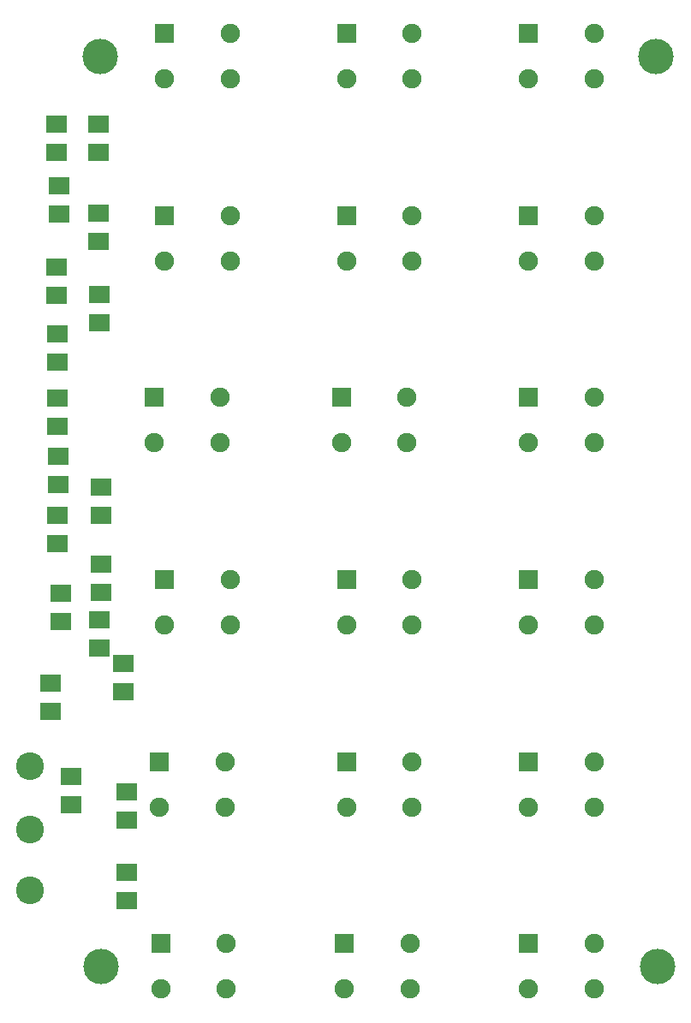
<source format=gbr>
G04 DipTrace 3.3.1.1*
G04 TopMask.gbr*
%MOIN*%
G04 #@! TF.FileFunction,Soldermask,Top*
G04 #@! TF.Part,Single*
%ADD20C,0.137795*%
%ADD24C,0.074961*%
%ADD26R,0.074961X0.074961*%
%ADD28C,0.108031*%
%ADD30R,0.078898X0.071024*%
%FSLAX26Y26*%
G04*
G70*
G90*
G75*
G01*
G04 TopMask*
%LPD*%
D30*
X630236Y1309370D3*
Y1199134D3*
D20*
X748346Y571829D3*
X743503Y4114542D3*
X2913701Y570966D3*
X2907129Y4114084D3*
D28*
X472756Y1348740D3*
Y866457D3*
Y1102677D3*
D30*
X574190Y3851568D3*
Y3741332D3*
X737076D3*
Y3851568D3*
X584142Y3499167D3*
Y3609403D3*
X738504Y3504252D3*
Y3394016D3*
X575646Y3294287D3*
Y3184051D3*
X741566Y3187503D3*
Y3077266D3*
X577457Y3033945D3*
Y2923709D3*
X577303Y2673290D3*
Y2783526D3*
X581651Y2445394D3*
Y2555630D3*
X746436Y2325965D3*
Y2436201D3*
X577930Y2326696D3*
Y2216459D3*
X747705Y2136202D3*
Y2025966D3*
X592890Y2023760D3*
Y1913524D3*
X742385Y1920886D3*
Y1810650D3*
X835122Y1749261D3*
Y1639025D3*
X846772Y1250315D3*
Y1140079D3*
X551920Y1673497D3*
Y1563261D3*
D26*
X994409Y4203071D3*
D24*
Y4025906D3*
X1250315D3*
Y4203071D3*
D26*
X1703071D3*
D24*
Y4025906D3*
X1958976D3*
Y4203071D3*
D26*
X2411732D3*
D24*
Y4025906D3*
X2667638D3*
Y4203071D3*
D26*
X994409Y3494409D3*
D24*
Y3317244D3*
X1250315D3*
Y3494409D3*
D26*
X1703071D3*
D24*
Y3317244D3*
X1958976D3*
Y3494409D3*
D26*
X2411732D3*
D24*
Y3317244D3*
X2667638D3*
Y3494409D3*
D26*
X955039Y2785748D3*
D24*
Y2608583D3*
X1210945D3*
Y2785748D3*
D26*
X1683386D3*
D24*
Y2608583D3*
X1939291D3*
Y2785748D3*
D26*
X2411732D3*
D24*
Y2608583D3*
X2667638D3*
Y2785748D3*
D26*
X994409Y2077087D3*
D24*
Y1899921D3*
X1250315D3*
Y2077087D3*
D26*
X1703071D3*
D24*
Y1899921D3*
X1958976D3*
Y2077087D3*
D26*
X2411732D3*
D24*
Y1899921D3*
X2667638D3*
Y2077087D3*
D26*
X1703071Y1368425D3*
D24*
Y1191260D3*
X1958976D3*
Y1368425D3*
D26*
X2411732D3*
D24*
Y1191260D3*
X2667638D3*
Y1368425D3*
D26*
X979723Y659764D3*
D24*
Y482598D3*
X1235629D3*
Y659764D3*
D26*
X1695728D3*
D24*
Y482598D3*
X1951634D3*
Y659764D3*
D26*
X2411732D3*
D24*
Y482598D3*
X2667638D3*
Y659764D3*
D26*
X974724Y1368425D3*
D24*
Y1191260D3*
X1230630D3*
Y1368425D3*
D30*
X846772Y827087D3*
Y937323D3*
M02*

</source>
